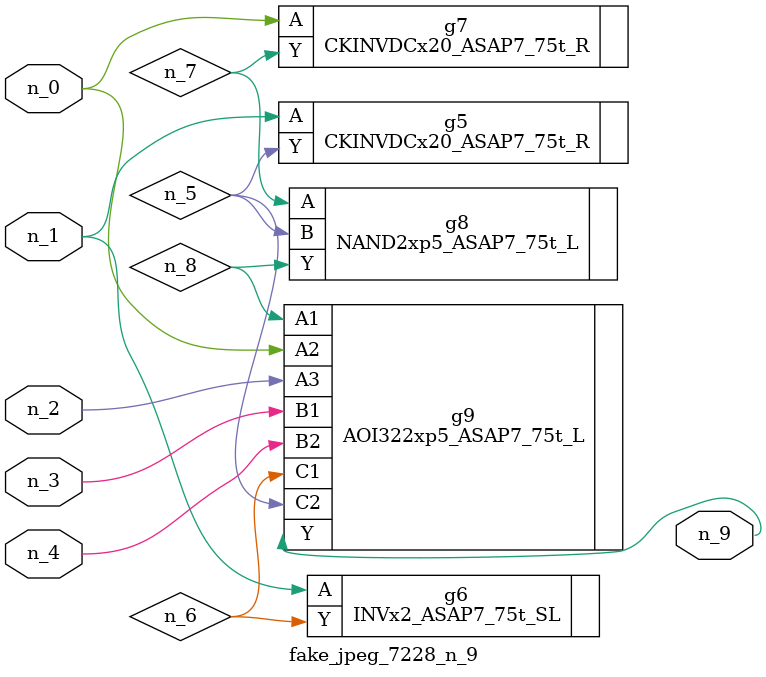
<source format=v>
module fake_jpeg_7228_n_9 (n_3, n_2, n_1, n_0, n_4, n_9);

input n_3;
input n_2;
input n_1;
input n_0;
input n_4;

output n_9;

wire n_8;
wire n_6;
wire n_5;
wire n_7;

CKINVDCx20_ASAP7_75t_R g5 ( 
.A(n_1),
.Y(n_5)
);

INVx2_ASAP7_75t_SL g6 ( 
.A(n_1),
.Y(n_6)
);

CKINVDCx20_ASAP7_75t_R g7 ( 
.A(n_0),
.Y(n_7)
);

NAND2xp5_ASAP7_75t_L g8 ( 
.A(n_7),
.B(n_5),
.Y(n_8)
);

AOI322xp5_ASAP7_75t_L g9 ( 
.A1(n_8),
.A2(n_0),
.A3(n_2),
.B1(n_3),
.B2(n_4),
.C1(n_6),
.C2(n_5),
.Y(n_9)
);


endmodule
</source>
